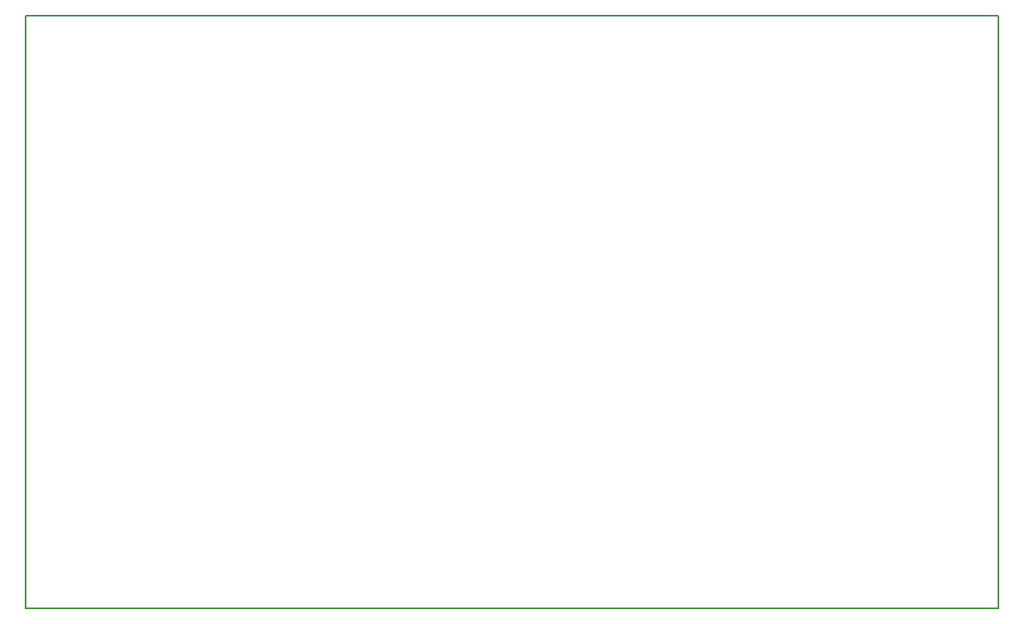
<source format=gm1>
G04 MADE WITH FRITZING*
G04 WWW.FRITZING.ORG*
G04 DOUBLE SIDED*
G04 HOLES PLATED*
G04 CONTOUR ON CENTER OF CONTOUR VECTOR*
%ASAXBY*%
%FSLAX23Y23*%
%MOIN*%
%OFA0B0*%
%SFA1.0B1.0*%
%ADD10R,3.937010X2.401570*%
%ADD11C,0.008000*%
%ADD10C,0.008*%
%LNCONTOUR*%
G90*
G70*
G54D10*
G54D11*
X4Y2398D02*
X3933Y2398D01*
X3933Y4D01*
X4Y4D01*
X4Y2398D01*
D02*
G04 End of contour*
M02*
</source>
